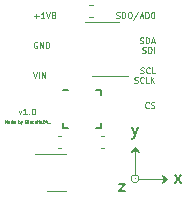
<source format=gbr>
%TF.GenerationSoftware,KiCad,Pcbnew,7.0.1*%
%TF.CreationDate,2023-04-17T09:12:49+12:00*%
%TF.ProjectId,ICM-20948-breakout,49434d2d-3230-4393-9438-2d627265616b,rev?*%
%TF.SameCoordinates,Original*%
%TF.FileFunction,Legend,Top*%
%TF.FilePolarity,Positive*%
%FSLAX46Y46*%
G04 Gerber Fmt 4.6, Leading zero omitted, Abs format (unit mm)*
G04 Created by KiCad (PCBNEW 7.0.1) date 2023-04-17 09:12:49*
%MOMM*%
%LPD*%
G01*
G04 APERTURE LIST*
%ADD10C,0.100000*%
%ADD11C,0.150000*%
%ADD12C,0.125000*%
%ADD13C,0.075000*%
%ADD14C,0.037500*%
%ADD15C,0.120000*%
G04 APERTURE END LIST*
D10*
X156460000Y-86480000D02*
X156030000Y-86790000D01*
X156190000Y-86480000D01*
X156030000Y-86170000D01*
X156460000Y-86480000D01*
G36*
X156460000Y-86480000D02*
G01*
X156030000Y-86790000D01*
X156190000Y-86480000D01*
X156030000Y-86170000D01*
X156460000Y-86480000D01*
G37*
X154080000Y-84217141D02*
X153770000Y-84057141D01*
X153460000Y-84217141D01*
X153770000Y-83787141D01*
X154080000Y-84217141D01*
G36*
X154080000Y-84217141D02*
G01*
X153770000Y-84057141D01*
X153460000Y-84217141D01*
X153770000Y-83787141D01*
X154080000Y-84217141D01*
G37*
D11*
X152378095Y-86875952D02*
X152901904Y-86875952D01*
X152901904Y-86875952D02*
X152378095Y-87542619D01*
X152378095Y-87542619D02*
X152901904Y-87542619D01*
D12*
X153800000Y-86480000D02*
G75*
G03*
X153800000Y-86480000I-30000J0D01*
G01*
X154110147Y-86480000D02*
G75*
G03*
X154110147Y-86480000I-340147J0D01*
G01*
X153770000Y-86139853D02*
X153770000Y-83810000D01*
X154110147Y-86480000D02*
X156430147Y-86480000D01*
D11*
X153531905Y-82075952D02*
X153770000Y-82742619D01*
X154008095Y-82075952D02*
X153770000Y-82742619D01*
X153770000Y-82742619D02*
X153674762Y-82980714D01*
X153674762Y-82980714D02*
X153627143Y-83028333D01*
X153627143Y-83028333D02*
X153531905Y-83075952D01*
X157128095Y-86812619D02*
X157651904Y-86145952D01*
X157128095Y-86145952D02*
X157651904Y-86812619D01*
D13*
X145219047Y-72680833D02*
X145600000Y-72680833D01*
X145409523Y-72871309D02*
X145409523Y-72490357D01*
X146100000Y-72871309D02*
X145814286Y-72871309D01*
X145957143Y-72871309D02*
X145957143Y-72371309D01*
X145957143Y-72371309D02*
X145909524Y-72442738D01*
X145909524Y-72442738D02*
X145861905Y-72490357D01*
X145861905Y-72490357D02*
X145814286Y-72514166D01*
X146242857Y-72371309D02*
X146409523Y-72871309D01*
X146409523Y-72871309D02*
X146576190Y-72371309D01*
X146814285Y-72585595D02*
X146766666Y-72561785D01*
X146766666Y-72561785D02*
X146742856Y-72537976D01*
X146742856Y-72537976D02*
X146719047Y-72490357D01*
X146719047Y-72490357D02*
X146719047Y-72466547D01*
X146719047Y-72466547D02*
X146742856Y-72418928D01*
X146742856Y-72418928D02*
X146766666Y-72395119D01*
X146766666Y-72395119D02*
X146814285Y-72371309D01*
X146814285Y-72371309D02*
X146909523Y-72371309D01*
X146909523Y-72371309D02*
X146957142Y-72395119D01*
X146957142Y-72395119D02*
X146980951Y-72418928D01*
X146980951Y-72418928D02*
X147004761Y-72466547D01*
X147004761Y-72466547D02*
X147004761Y-72490357D01*
X147004761Y-72490357D02*
X146980951Y-72537976D01*
X146980951Y-72537976D02*
X146957142Y-72561785D01*
X146957142Y-72561785D02*
X146909523Y-72585595D01*
X146909523Y-72585595D02*
X146814285Y-72585595D01*
X146814285Y-72585595D02*
X146766666Y-72609404D01*
X146766666Y-72609404D02*
X146742856Y-72633214D01*
X146742856Y-72633214D02*
X146719047Y-72680833D01*
X146719047Y-72680833D02*
X146719047Y-72776071D01*
X146719047Y-72776071D02*
X146742856Y-72823690D01*
X146742856Y-72823690D02*
X146766666Y-72847500D01*
X146766666Y-72847500D02*
X146814285Y-72871309D01*
X146814285Y-72871309D02*
X146909523Y-72871309D01*
X146909523Y-72871309D02*
X146957142Y-72847500D01*
X146957142Y-72847500D02*
X146980951Y-72823690D01*
X146980951Y-72823690D02*
X147004761Y-72776071D01*
X147004761Y-72776071D02*
X147004761Y-72680833D01*
X147004761Y-72680833D02*
X146980951Y-72633214D01*
X146980951Y-72633214D02*
X146957142Y-72609404D01*
X146957142Y-72609404D02*
X146909523Y-72585595D01*
X145480952Y-74935119D02*
X145433333Y-74911309D01*
X145433333Y-74911309D02*
X145361904Y-74911309D01*
X145361904Y-74911309D02*
X145290476Y-74935119D01*
X145290476Y-74935119D02*
X145242857Y-74982738D01*
X145242857Y-74982738D02*
X145219047Y-75030357D01*
X145219047Y-75030357D02*
X145195238Y-75125595D01*
X145195238Y-75125595D02*
X145195238Y-75197023D01*
X145195238Y-75197023D02*
X145219047Y-75292261D01*
X145219047Y-75292261D02*
X145242857Y-75339880D01*
X145242857Y-75339880D02*
X145290476Y-75387500D01*
X145290476Y-75387500D02*
X145361904Y-75411309D01*
X145361904Y-75411309D02*
X145409523Y-75411309D01*
X145409523Y-75411309D02*
X145480952Y-75387500D01*
X145480952Y-75387500D02*
X145504761Y-75363690D01*
X145504761Y-75363690D02*
X145504761Y-75197023D01*
X145504761Y-75197023D02*
X145409523Y-75197023D01*
X145719047Y-75411309D02*
X145719047Y-74911309D01*
X145719047Y-74911309D02*
X146004761Y-75411309D01*
X146004761Y-75411309D02*
X146004761Y-74911309D01*
X146242857Y-75411309D02*
X146242857Y-74911309D01*
X146242857Y-74911309D02*
X146361905Y-74911309D01*
X146361905Y-74911309D02*
X146433333Y-74935119D01*
X146433333Y-74935119D02*
X146480952Y-74982738D01*
X146480952Y-74982738D02*
X146504762Y-75030357D01*
X146504762Y-75030357D02*
X146528571Y-75125595D01*
X146528571Y-75125595D02*
X146528571Y-75197023D01*
X146528571Y-75197023D02*
X146504762Y-75292261D01*
X146504762Y-75292261D02*
X146480952Y-75339880D01*
X146480952Y-75339880D02*
X146433333Y-75387500D01*
X146433333Y-75387500D02*
X146361905Y-75411309D01*
X146361905Y-75411309D02*
X146242857Y-75411309D01*
X145147619Y-77451309D02*
X145314285Y-77951309D01*
X145314285Y-77951309D02*
X145480952Y-77451309D01*
X145647618Y-77951309D02*
X145647618Y-77451309D01*
X145885713Y-77951309D02*
X145885713Y-77451309D01*
X145885713Y-77451309D02*
X146171427Y-77951309D01*
X146171427Y-77951309D02*
X146171427Y-77451309D01*
X152176667Y-72847500D02*
X152248095Y-72871309D01*
X152248095Y-72871309D02*
X152367143Y-72871309D01*
X152367143Y-72871309D02*
X152414762Y-72847500D01*
X152414762Y-72847500D02*
X152438571Y-72823690D01*
X152438571Y-72823690D02*
X152462381Y-72776071D01*
X152462381Y-72776071D02*
X152462381Y-72728452D01*
X152462381Y-72728452D02*
X152438571Y-72680833D01*
X152438571Y-72680833D02*
X152414762Y-72657023D01*
X152414762Y-72657023D02*
X152367143Y-72633214D01*
X152367143Y-72633214D02*
X152271905Y-72609404D01*
X152271905Y-72609404D02*
X152224286Y-72585595D01*
X152224286Y-72585595D02*
X152200476Y-72561785D01*
X152200476Y-72561785D02*
X152176667Y-72514166D01*
X152176667Y-72514166D02*
X152176667Y-72466547D01*
X152176667Y-72466547D02*
X152200476Y-72418928D01*
X152200476Y-72418928D02*
X152224286Y-72395119D01*
X152224286Y-72395119D02*
X152271905Y-72371309D01*
X152271905Y-72371309D02*
X152390952Y-72371309D01*
X152390952Y-72371309D02*
X152462381Y-72395119D01*
X152676666Y-72871309D02*
X152676666Y-72371309D01*
X152676666Y-72371309D02*
X152795714Y-72371309D01*
X152795714Y-72371309D02*
X152867142Y-72395119D01*
X152867142Y-72395119D02*
X152914761Y-72442738D01*
X152914761Y-72442738D02*
X152938571Y-72490357D01*
X152938571Y-72490357D02*
X152962380Y-72585595D01*
X152962380Y-72585595D02*
X152962380Y-72657023D01*
X152962380Y-72657023D02*
X152938571Y-72752261D01*
X152938571Y-72752261D02*
X152914761Y-72799880D01*
X152914761Y-72799880D02*
X152867142Y-72847500D01*
X152867142Y-72847500D02*
X152795714Y-72871309D01*
X152795714Y-72871309D02*
X152676666Y-72871309D01*
X153271904Y-72371309D02*
X153367142Y-72371309D01*
X153367142Y-72371309D02*
X153414761Y-72395119D01*
X153414761Y-72395119D02*
X153462380Y-72442738D01*
X153462380Y-72442738D02*
X153486190Y-72537976D01*
X153486190Y-72537976D02*
X153486190Y-72704642D01*
X153486190Y-72704642D02*
X153462380Y-72799880D01*
X153462380Y-72799880D02*
X153414761Y-72847500D01*
X153414761Y-72847500D02*
X153367142Y-72871309D01*
X153367142Y-72871309D02*
X153271904Y-72871309D01*
X153271904Y-72871309D02*
X153224285Y-72847500D01*
X153224285Y-72847500D02*
X153176666Y-72799880D01*
X153176666Y-72799880D02*
X153152857Y-72704642D01*
X153152857Y-72704642D02*
X153152857Y-72537976D01*
X153152857Y-72537976D02*
X153176666Y-72442738D01*
X153176666Y-72442738D02*
X153224285Y-72395119D01*
X153224285Y-72395119D02*
X153271904Y-72371309D01*
X154057619Y-72347500D02*
X153629048Y-72990357D01*
X154200477Y-72728452D02*
X154438572Y-72728452D01*
X154152858Y-72871309D02*
X154319524Y-72371309D01*
X154319524Y-72371309D02*
X154486191Y-72871309D01*
X154652857Y-72871309D02*
X154652857Y-72371309D01*
X154652857Y-72371309D02*
X154771905Y-72371309D01*
X154771905Y-72371309D02*
X154843333Y-72395119D01*
X154843333Y-72395119D02*
X154890952Y-72442738D01*
X154890952Y-72442738D02*
X154914762Y-72490357D01*
X154914762Y-72490357D02*
X154938571Y-72585595D01*
X154938571Y-72585595D02*
X154938571Y-72657023D01*
X154938571Y-72657023D02*
X154914762Y-72752261D01*
X154914762Y-72752261D02*
X154890952Y-72799880D01*
X154890952Y-72799880D02*
X154843333Y-72847500D01*
X154843333Y-72847500D02*
X154771905Y-72871309D01*
X154771905Y-72871309D02*
X154652857Y-72871309D01*
X155248095Y-72371309D02*
X155295714Y-72371309D01*
X155295714Y-72371309D02*
X155343333Y-72395119D01*
X155343333Y-72395119D02*
X155367143Y-72418928D01*
X155367143Y-72418928D02*
X155390952Y-72466547D01*
X155390952Y-72466547D02*
X155414762Y-72561785D01*
X155414762Y-72561785D02*
X155414762Y-72680833D01*
X155414762Y-72680833D02*
X155390952Y-72776071D01*
X155390952Y-72776071D02*
X155367143Y-72823690D01*
X155367143Y-72823690D02*
X155343333Y-72847500D01*
X155343333Y-72847500D02*
X155295714Y-72871309D01*
X155295714Y-72871309D02*
X155248095Y-72871309D01*
X155248095Y-72871309D02*
X155200476Y-72847500D01*
X155200476Y-72847500D02*
X155176667Y-72823690D01*
X155176667Y-72823690D02*
X155152857Y-72776071D01*
X155152857Y-72776071D02*
X155129048Y-72680833D01*
X155129048Y-72680833D02*
X155129048Y-72561785D01*
X155129048Y-72561785D02*
X155152857Y-72466547D01*
X155152857Y-72466547D02*
X155176667Y-72418928D01*
X155176667Y-72418928D02*
X155200476Y-72395119D01*
X155200476Y-72395119D02*
X155248095Y-72371309D01*
X154224286Y-77522500D02*
X154295714Y-77546309D01*
X154295714Y-77546309D02*
X154414762Y-77546309D01*
X154414762Y-77546309D02*
X154462381Y-77522500D01*
X154462381Y-77522500D02*
X154486190Y-77498690D01*
X154486190Y-77498690D02*
X154510000Y-77451071D01*
X154510000Y-77451071D02*
X154510000Y-77403452D01*
X154510000Y-77403452D02*
X154486190Y-77355833D01*
X154486190Y-77355833D02*
X154462381Y-77332023D01*
X154462381Y-77332023D02*
X154414762Y-77308214D01*
X154414762Y-77308214D02*
X154319524Y-77284404D01*
X154319524Y-77284404D02*
X154271905Y-77260595D01*
X154271905Y-77260595D02*
X154248095Y-77236785D01*
X154248095Y-77236785D02*
X154224286Y-77189166D01*
X154224286Y-77189166D02*
X154224286Y-77141547D01*
X154224286Y-77141547D02*
X154248095Y-77093928D01*
X154248095Y-77093928D02*
X154271905Y-77070119D01*
X154271905Y-77070119D02*
X154319524Y-77046309D01*
X154319524Y-77046309D02*
X154438571Y-77046309D01*
X154438571Y-77046309D02*
X154510000Y-77070119D01*
X155009999Y-77498690D02*
X154986190Y-77522500D01*
X154986190Y-77522500D02*
X154914761Y-77546309D01*
X154914761Y-77546309D02*
X154867142Y-77546309D01*
X154867142Y-77546309D02*
X154795714Y-77522500D01*
X154795714Y-77522500D02*
X154748095Y-77474880D01*
X154748095Y-77474880D02*
X154724285Y-77427261D01*
X154724285Y-77427261D02*
X154700476Y-77332023D01*
X154700476Y-77332023D02*
X154700476Y-77260595D01*
X154700476Y-77260595D02*
X154724285Y-77165357D01*
X154724285Y-77165357D02*
X154748095Y-77117738D01*
X154748095Y-77117738D02*
X154795714Y-77070119D01*
X154795714Y-77070119D02*
X154867142Y-77046309D01*
X154867142Y-77046309D02*
X154914761Y-77046309D01*
X154914761Y-77046309D02*
X154986190Y-77070119D01*
X154986190Y-77070119D02*
X155009999Y-77093928D01*
X155462380Y-77546309D02*
X155224285Y-77546309D01*
X155224285Y-77546309D02*
X155224285Y-77046309D01*
X153724286Y-78332500D02*
X153795714Y-78356309D01*
X153795714Y-78356309D02*
X153914762Y-78356309D01*
X153914762Y-78356309D02*
X153962381Y-78332500D01*
X153962381Y-78332500D02*
X153986190Y-78308690D01*
X153986190Y-78308690D02*
X154010000Y-78261071D01*
X154010000Y-78261071D02*
X154010000Y-78213452D01*
X154010000Y-78213452D02*
X153986190Y-78165833D01*
X153986190Y-78165833D02*
X153962381Y-78142023D01*
X153962381Y-78142023D02*
X153914762Y-78118214D01*
X153914762Y-78118214D02*
X153819524Y-78094404D01*
X153819524Y-78094404D02*
X153771905Y-78070595D01*
X153771905Y-78070595D02*
X153748095Y-78046785D01*
X153748095Y-78046785D02*
X153724286Y-77999166D01*
X153724286Y-77999166D02*
X153724286Y-77951547D01*
X153724286Y-77951547D02*
X153748095Y-77903928D01*
X153748095Y-77903928D02*
X153771905Y-77880119D01*
X153771905Y-77880119D02*
X153819524Y-77856309D01*
X153819524Y-77856309D02*
X153938571Y-77856309D01*
X153938571Y-77856309D02*
X154010000Y-77880119D01*
X154509999Y-78308690D02*
X154486190Y-78332500D01*
X154486190Y-78332500D02*
X154414761Y-78356309D01*
X154414761Y-78356309D02*
X154367142Y-78356309D01*
X154367142Y-78356309D02*
X154295714Y-78332500D01*
X154295714Y-78332500D02*
X154248095Y-78284880D01*
X154248095Y-78284880D02*
X154224285Y-78237261D01*
X154224285Y-78237261D02*
X154200476Y-78142023D01*
X154200476Y-78142023D02*
X154200476Y-78070595D01*
X154200476Y-78070595D02*
X154224285Y-77975357D01*
X154224285Y-77975357D02*
X154248095Y-77927738D01*
X154248095Y-77927738D02*
X154295714Y-77880119D01*
X154295714Y-77880119D02*
X154367142Y-77856309D01*
X154367142Y-77856309D02*
X154414761Y-77856309D01*
X154414761Y-77856309D02*
X154486190Y-77880119D01*
X154486190Y-77880119D02*
X154509999Y-77903928D01*
X154962380Y-78356309D02*
X154724285Y-78356309D01*
X154724285Y-78356309D02*
X154724285Y-77856309D01*
X155129047Y-78356309D02*
X155129047Y-77856309D01*
X155414761Y-78356309D02*
X155200476Y-78070595D01*
X155414761Y-77856309D02*
X155129047Y-78142023D01*
X154938571Y-80443690D02*
X154914762Y-80467500D01*
X154914762Y-80467500D02*
X154843333Y-80491309D01*
X154843333Y-80491309D02*
X154795714Y-80491309D01*
X154795714Y-80491309D02*
X154724286Y-80467500D01*
X154724286Y-80467500D02*
X154676667Y-80419880D01*
X154676667Y-80419880D02*
X154652857Y-80372261D01*
X154652857Y-80372261D02*
X154629048Y-80277023D01*
X154629048Y-80277023D02*
X154629048Y-80205595D01*
X154629048Y-80205595D02*
X154652857Y-80110357D01*
X154652857Y-80110357D02*
X154676667Y-80062738D01*
X154676667Y-80062738D02*
X154724286Y-80015119D01*
X154724286Y-80015119D02*
X154795714Y-79991309D01*
X154795714Y-79991309D02*
X154843333Y-79991309D01*
X154843333Y-79991309D02*
X154914762Y-80015119D01*
X154914762Y-80015119D02*
X154938571Y-80038928D01*
X155129048Y-80467500D02*
X155200476Y-80491309D01*
X155200476Y-80491309D02*
X155319524Y-80491309D01*
X155319524Y-80491309D02*
X155367143Y-80467500D01*
X155367143Y-80467500D02*
X155390952Y-80443690D01*
X155390952Y-80443690D02*
X155414762Y-80396071D01*
X155414762Y-80396071D02*
X155414762Y-80348452D01*
X155414762Y-80348452D02*
X155390952Y-80300833D01*
X155390952Y-80300833D02*
X155367143Y-80277023D01*
X155367143Y-80277023D02*
X155319524Y-80253214D01*
X155319524Y-80253214D02*
X155224286Y-80229404D01*
X155224286Y-80229404D02*
X155176667Y-80205595D01*
X155176667Y-80205595D02*
X155152857Y-80181785D01*
X155152857Y-80181785D02*
X155129048Y-80134166D01*
X155129048Y-80134166D02*
X155129048Y-80086547D01*
X155129048Y-80086547D02*
X155152857Y-80038928D01*
X155152857Y-80038928D02*
X155176667Y-80015119D01*
X155176667Y-80015119D02*
X155224286Y-79991309D01*
X155224286Y-79991309D02*
X155343333Y-79991309D01*
X155343333Y-79991309D02*
X155414762Y-80015119D01*
D14*
X142733096Y-81765654D02*
X142733096Y-81515654D01*
X142733096Y-81515654D02*
X142816430Y-81694226D01*
X142816430Y-81694226D02*
X142899763Y-81515654D01*
X142899763Y-81515654D02*
X142899763Y-81765654D01*
X143125953Y-81765654D02*
X143125953Y-81634702D01*
X143125953Y-81634702D02*
X143114048Y-81610892D01*
X143114048Y-81610892D02*
X143090239Y-81598988D01*
X143090239Y-81598988D02*
X143042620Y-81598988D01*
X143042620Y-81598988D02*
X143018810Y-81610892D01*
X143125953Y-81753750D02*
X143102144Y-81765654D01*
X143102144Y-81765654D02*
X143042620Y-81765654D01*
X143042620Y-81765654D02*
X143018810Y-81753750D01*
X143018810Y-81753750D02*
X143006906Y-81729940D01*
X143006906Y-81729940D02*
X143006906Y-81706130D01*
X143006906Y-81706130D02*
X143018810Y-81682321D01*
X143018810Y-81682321D02*
X143042620Y-81670416D01*
X143042620Y-81670416D02*
X143102144Y-81670416D01*
X143102144Y-81670416D02*
X143125953Y-81658511D01*
X143352143Y-81765654D02*
X143352143Y-81515654D01*
X143352143Y-81753750D02*
X143328334Y-81765654D01*
X143328334Y-81765654D02*
X143280715Y-81765654D01*
X143280715Y-81765654D02*
X143256905Y-81753750D01*
X143256905Y-81753750D02*
X143245000Y-81741845D01*
X143245000Y-81741845D02*
X143233096Y-81718035D01*
X143233096Y-81718035D02*
X143233096Y-81646607D01*
X143233096Y-81646607D02*
X143245000Y-81622797D01*
X143245000Y-81622797D02*
X143256905Y-81610892D01*
X143256905Y-81610892D02*
X143280715Y-81598988D01*
X143280715Y-81598988D02*
X143328334Y-81598988D01*
X143328334Y-81598988D02*
X143352143Y-81610892D01*
X143566428Y-81753750D02*
X143542619Y-81765654D01*
X143542619Y-81765654D02*
X143495000Y-81765654D01*
X143495000Y-81765654D02*
X143471190Y-81753750D01*
X143471190Y-81753750D02*
X143459286Y-81729940D01*
X143459286Y-81729940D02*
X143459286Y-81634702D01*
X143459286Y-81634702D02*
X143471190Y-81610892D01*
X143471190Y-81610892D02*
X143495000Y-81598988D01*
X143495000Y-81598988D02*
X143542619Y-81598988D01*
X143542619Y-81598988D02*
X143566428Y-81610892D01*
X143566428Y-81610892D02*
X143578333Y-81634702D01*
X143578333Y-81634702D02*
X143578333Y-81658511D01*
X143578333Y-81658511D02*
X143459286Y-81682321D01*
X143875952Y-81765654D02*
X143875952Y-81515654D01*
X143875952Y-81610892D02*
X143899762Y-81598988D01*
X143899762Y-81598988D02*
X143947381Y-81598988D01*
X143947381Y-81598988D02*
X143971190Y-81610892D01*
X143971190Y-81610892D02*
X143983095Y-81622797D01*
X143983095Y-81622797D02*
X143995000Y-81646607D01*
X143995000Y-81646607D02*
X143995000Y-81718035D01*
X143995000Y-81718035D02*
X143983095Y-81741845D01*
X143983095Y-81741845D02*
X143971190Y-81753750D01*
X143971190Y-81753750D02*
X143947381Y-81765654D01*
X143947381Y-81765654D02*
X143899762Y-81765654D01*
X143899762Y-81765654D02*
X143875952Y-81753750D01*
X144078333Y-81598988D02*
X144137857Y-81765654D01*
X144197380Y-81598988D02*
X144137857Y-81765654D01*
X144137857Y-81765654D02*
X144114047Y-81825178D01*
X144114047Y-81825178D02*
X144102142Y-81837083D01*
X144102142Y-81837083D02*
X144078333Y-81848988D01*
X144566428Y-81634702D02*
X144602142Y-81646607D01*
X144602142Y-81646607D02*
X144614047Y-81658511D01*
X144614047Y-81658511D02*
X144625951Y-81682321D01*
X144625951Y-81682321D02*
X144625951Y-81718035D01*
X144625951Y-81718035D02*
X144614047Y-81741845D01*
X144614047Y-81741845D02*
X144602142Y-81753750D01*
X144602142Y-81753750D02*
X144578332Y-81765654D01*
X144578332Y-81765654D02*
X144483094Y-81765654D01*
X144483094Y-81765654D02*
X144483094Y-81515654D01*
X144483094Y-81515654D02*
X144566428Y-81515654D01*
X144566428Y-81515654D02*
X144590237Y-81527559D01*
X144590237Y-81527559D02*
X144602142Y-81539464D01*
X144602142Y-81539464D02*
X144614047Y-81563273D01*
X144614047Y-81563273D02*
X144614047Y-81587083D01*
X144614047Y-81587083D02*
X144602142Y-81610892D01*
X144602142Y-81610892D02*
X144590237Y-81622797D01*
X144590237Y-81622797D02*
X144566428Y-81634702D01*
X144566428Y-81634702D02*
X144483094Y-81634702D01*
X144733094Y-81765654D02*
X144733094Y-81598988D01*
X144733094Y-81515654D02*
X144721190Y-81527559D01*
X144721190Y-81527559D02*
X144733094Y-81539464D01*
X144733094Y-81539464D02*
X144744999Y-81527559D01*
X144744999Y-81527559D02*
X144733094Y-81515654D01*
X144733094Y-81515654D02*
X144733094Y-81539464D01*
X144840238Y-81753750D02*
X144864047Y-81765654D01*
X144864047Y-81765654D02*
X144911666Y-81765654D01*
X144911666Y-81765654D02*
X144935476Y-81753750D01*
X144935476Y-81753750D02*
X144947380Y-81729940D01*
X144947380Y-81729940D02*
X144947380Y-81718035D01*
X144947380Y-81718035D02*
X144935476Y-81694226D01*
X144935476Y-81694226D02*
X144911666Y-81682321D01*
X144911666Y-81682321D02*
X144875952Y-81682321D01*
X144875952Y-81682321D02*
X144852142Y-81670416D01*
X144852142Y-81670416D02*
X144840238Y-81646607D01*
X144840238Y-81646607D02*
X144840238Y-81634702D01*
X144840238Y-81634702D02*
X144852142Y-81610892D01*
X144852142Y-81610892D02*
X144875952Y-81598988D01*
X144875952Y-81598988D02*
X144911666Y-81598988D01*
X144911666Y-81598988D02*
X144935476Y-81610892D01*
X145161666Y-81753750D02*
X145137857Y-81765654D01*
X145137857Y-81765654D02*
X145090238Y-81765654D01*
X145090238Y-81765654D02*
X145066428Y-81753750D01*
X145066428Y-81753750D02*
X145054523Y-81741845D01*
X145054523Y-81741845D02*
X145042619Y-81718035D01*
X145042619Y-81718035D02*
X145042619Y-81646607D01*
X145042619Y-81646607D02*
X145054523Y-81622797D01*
X145054523Y-81622797D02*
X145066428Y-81610892D01*
X145066428Y-81610892D02*
X145090238Y-81598988D01*
X145090238Y-81598988D02*
X145137857Y-81598988D01*
X145137857Y-81598988D02*
X145161666Y-81610892D01*
X145375952Y-81598988D02*
X145375952Y-81765654D01*
X145268809Y-81598988D02*
X145268809Y-81729940D01*
X145268809Y-81729940D02*
X145280714Y-81753750D01*
X145280714Y-81753750D02*
X145304524Y-81765654D01*
X145304524Y-81765654D02*
X145340238Y-81765654D01*
X145340238Y-81765654D02*
X145364047Y-81753750D01*
X145364047Y-81753750D02*
X145375952Y-81741845D01*
X145494999Y-81765654D02*
X145494999Y-81598988D01*
X145494999Y-81515654D02*
X145483095Y-81527559D01*
X145483095Y-81527559D02*
X145494999Y-81539464D01*
X145494999Y-81539464D02*
X145506904Y-81527559D01*
X145506904Y-81527559D02*
X145494999Y-81515654D01*
X145494999Y-81515654D02*
X145494999Y-81539464D01*
X145578333Y-81598988D02*
X145673571Y-81598988D01*
X145614047Y-81515654D02*
X145614047Y-81729940D01*
X145614047Y-81729940D02*
X145625952Y-81753750D01*
X145625952Y-81753750D02*
X145649762Y-81765654D01*
X145649762Y-81765654D02*
X145673571Y-81765654D01*
X145745000Y-81753750D02*
X145768809Y-81765654D01*
X145768809Y-81765654D02*
X145816428Y-81765654D01*
X145816428Y-81765654D02*
X145840238Y-81753750D01*
X145840238Y-81753750D02*
X145852142Y-81729940D01*
X145852142Y-81729940D02*
X145852142Y-81718035D01*
X145852142Y-81718035D02*
X145840238Y-81694226D01*
X145840238Y-81694226D02*
X145816428Y-81682321D01*
X145816428Y-81682321D02*
X145780714Y-81682321D01*
X145780714Y-81682321D02*
X145756904Y-81670416D01*
X145756904Y-81670416D02*
X145745000Y-81646607D01*
X145745000Y-81646607D02*
X145745000Y-81634702D01*
X145745000Y-81634702D02*
X145756904Y-81610892D01*
X145756904Y-81610892D02*
X145780714Y-81598988D01*
X145780714Y-81598988D02*
X145816428Y-81598988D01*
X145816428Y-81598988D02*
X145840238Y-81610892D01*
X145947381Y-81539464D02*
X145959285Y-81527559D01*
X145959285Y-81527559D02*
X145983095Y-81515654D01*
X145983095Y-81515654D02*
X146042619Y-81515654D01*
X146042619Y-81515654D02*
X146066428Y-81527559D01*
X146066428Y-81527559D02*
X146078333Y-81539464D01*
X146078333Y-81539464D02*
X146090238Y-81563273D01*
X146090238Y-81563273D02*
X146090238Y-81587083D01*
X146090238Y-81587083D02*
X146078333Y-81622797D01*
X146078333Y-81622797D02*
X145935476Y-81765654D01*
X145935476Y-81765654D02*
X146090238Y-81765654D01*
X146304523Y-81598988D02*
X146304523Y-81765654D01*
X146244999Y-81503750D02*
X146185476Y-81682321D01*
X146185476Y-81682321D02*
X146340237Y-81682321D01*
X146375952Y-81789464D02*
X146566428Y-81789464D01*
D13*
X154200477Y-74982500D02*
X154271905Y-75006309D01*
X154271905Y-75006309D02*
X154390953Y-75006309D01*
X154390953Y-75006309D02*
X154438572Y-74982500D01*
X154438572Y-74982500D02*
X154462381Y-74958690D01*
X154462381Y-74958690D02*
X154486191Y-74911071D01*
X154486191Y-74911071D02*
X154486191Y-74863452D01*
X154486191Y-74863452D02*
X154462381Y-74815833D01*
X154462381Y-74815833D02*
X154438572Y-74792023D01*
X154438572Y-74792023D02*
X154390953Y-74768214D01*
X154390953Y-74768214D02*
X154295715Y-74744404D01*
X154295715Y-74744404D02*
X154248096Y-74720595D01*
X154248096Y-74720595D02*
X154224286Y-74696785D01*
X154224286Y-74696785D02*
X154200477Y-74649166D01*
X154200477Y-74649166D02*
X154200477Y-74601547D01*
X154200477Y-74601547D02*
X154224286Y-74553928D01*
X154224286Y-74553928D02*
X154248096Y-74530119D01*
X154248096Y-74530119D02*
X154295715Y-74506309D01*
X154295715Y-74506309D02*
X154414762Y-74506309D01*
X154414762Y-74506309D02*
X154486191Y-74530119D01*
X154700476Y-75006309D02*
X154700476Y-74506309D01*
X154700476Y-74506309D02*
X154819524Y-74506309D01*
X154819524Y-74506309D02*
X154890952Y-74530119D01*
X154890952Y-74530119D02*
X154938571Y-74577738D01*
X154938571Y-74577738D02*
X154962381Y-74625357D01*
X154962381Y-74625357D02*
X154986190Y-74720595D01*
X154986190Y-74720595D02*
X154986190Y-74792023D01*
X154986190Y-74792023D02*
X154962381Y-74887261D01*
X154962381Y-74887261D02*
X154938571Y-74934880D01*
X154938571Y-74934880D02*
X154890952Y-74982500D01*
X154890952Y-74982500D02*
X154819524Y-75006309D01*
X154819524Y-75006309D02*
X154700476Y-75006309D01*
X155176667Y-74863452D02*
X155414762Y-74863452D01*
X155129048Y-75006309D02*
X155295714Y-74506309D01*
X155295714Y-74506309D02*
X155462381Y-75006309D01*
X154390953Y-75792500D02*
X154462381Y-75816309D01*
X154462381Y-75816309D02*
X154581429Y-75816309D01*
X154581429Y-75816309D02*
X154629048Y-75792500D01*
X154629048Y-75792500D02*
X154652857Y-75768690D01*
X154652857Y-75768690D02*
X154676667Y-75721071D01*
X154676667Y-75721071D02*
X154676667Y-75673452D01*
X154676667Y-75673452D02*
X154652857Y-75625833D01*
X154652857Y-75625833D02*
X154629048Y-75602023D01*
X154629048Y-75602023D02*
X154581429Y-75578214D01*
X154581429Y-75578214D02*
X154486191Y-75554404D01*
X154486191Y-75554404D02*
X154438572Y-75530595D01*
X154438572Y-75530595D02*
X154414762Y-75506785D01*
X154414762Y-75506785D02*
X154390953Y-75459166D01*
X154390953Y-75459166D02*
X154390953Y-75411547D01*
X154390953Y-75411547D02*
X154414762Y-75363928D01*
X154414762Y-75363928D02*
X154438572Y-75340119D01*
X154438572Y-75340119D02*
X154486191Y-75316309D01*
X154486191Y-75316309D02*
X154605238Y-75316309D01*
X154605238Y-75316309D02*
X154676667Y-75340119D01*
X154890952Y-75816309D02*
X154890952Y-75316309D01*
X154890952Y-75316309D02*
X155010000Y-75316309D01*
X155010000Y-75316309D02*
X155081428Y-75340119D01*
X155081428Y-75340119D02*
X155129047Y-75387738D01*
X155129047Y-75387738D02*
X155152857Y-75435357D01*
X155152857Y-75435357D02*
X155176666Y-75530595D01*
X155176666Y-75530595D02*
X155176666Y-75602023D01*
X155176666Y-75602023D02*
X155152857Y-75697261D01*
X155152857Y-75697261D02*
X155129047Y-75744880D01*
X155129047Y-75744880D02*
X155081428Y-75792500D01*
X155081428Y-75792500D02*
X155010000Y-75816309D01*
X155010000Y-75816309D02*
X154890952Y-75816309D01*
X155390952Y-75816309D02*
X155390952Y-75316309D01*
X143905715Y-80697976D02*
X144024763Y-81031309D01*
X144024763Y-81031309D02*
X144143810Y-80697976D01*
X144596191Y-81031309D02*
X144310477Y-81031309D01*
X144453334Y-81031309D02*
X144453334Y-80531309D01*
X144453334Y-80531309D02*
X144405715Y-80602738D01*
X144405715Y-80602738D02*
X144358096Y-80650357D01*
X144358096Y-80650357D02*
X144310477Y-80674166D01*
X144810476Y-80983690D02*
X144834286Y-81007500D01*
X144834286Y-81007500D02*
X144810476Y-81031309D01*
X144810476Y-81031309D02*
X144786667Y-81007500D01*
X144786667Y-81007500D02*
X144810476Y-80983690D01*
X144810476Y-80983690D02*
X144810476Y-81031309D01*
X145143809Y-80531309D02*
X145191428Y-80531309D01*
X145191428Y-80531309D02*
X145239047Y-80555119D01*
X145239047Y-80555119D02*
X145262857Y-80578928D01*
X145262857Y-80578928D02*
X145286666Y-80626547D01*
X145286666Y-80626547D02*
X145310476Y-80721785D01*
X145310476Y-80721785D02*
X145310476Y-80840833D01*
X145310476Y-80840833D02*
X145286666Y-80936071D01*
X145286666Y-80936071D02*
X145262857Y-80983690D01*
X145262857Y-80983690D02*
X145239047Y-81007500D01*
X145239047Y-81007500D02*
X145191428Y-81031309D01*
X145191428Y-81031309D02*
X145143809Y-81031309D01*
X145143809Y-81031309D02*
X145096190Y-81007500D01*
X145096190Y-81007500D02*
X145072381Y-80983690D01*
X145072381Y-80983690D02*
X145048571Y-80936071D01*
X145048571Y-80936071D02*
X145024762Y-80840833D01*
X145024762Y-80840833D02*
X145024762Y-80721785D01*
X145024762Y-80721785D02*
X145048571Y-80626547D01*
X145048571Y-80626547D02*
X145072381Y-80578928D01*
X145072381Y-80578928D02*
X145096190Y-80555119D01*
X145096190Y-80555119D02*
X145143809Y-80531309D01*
D15*
%TO.C,U3*%
X147095000Y-84410000D02*
X145295000Y-84410000D01*
X147095000Y-84410000D02*
X147895000Y-84410000D01*
X147095000Y-87530000D02*
X146295000Y-87530000D01*
X147095000Y-87530000D02*
X147895000Y-87530000D01*
D11*
%TO.C,U1*%
X147670000Y-78940000D02*
X148070000Y-78940000D01*
X147670000Y-82140000D02*
X147670000Y-81740000D01*
X147670000Y-82140000D02*
X148070000Y-82140000D01*
X150870000Y-78940000D02*
X150470000Y-78940000D01*
X150870000Y-78940000D02*
X150870000Y-79340000D01*
X150870000Y-82140000D02*
X150470000Y-82140000D01*
X150870000Y-82140000D02*
X150870000Y-81740000D01*
D15*
%TO.C,C2*%
X147516267Y-82880000D02*
X147223733Y-82880000D01*
X147516267Y-83900000D02*
X147223733Y-83900000D01*
%TO.C,C3*%
X150188767Y-72775000D02*
X149896233Y-72775000D01*
X150188767Y-71755000D02*
X149896233Y-71755000D01*
%TO.C,U2*%
X152455000Y-73240000D02*
X149555000Y-73240000D01*
X150155000Y-77740000D02*
X153155000Y-77740000D01*
%TO.C,C1*%
X150856163Y-82880000D02*
X151148697Y-82880000D01*
X150856163Y-83900000D02*
X151148697Y-83900000D01*
%TD*%
M02*

</source>
